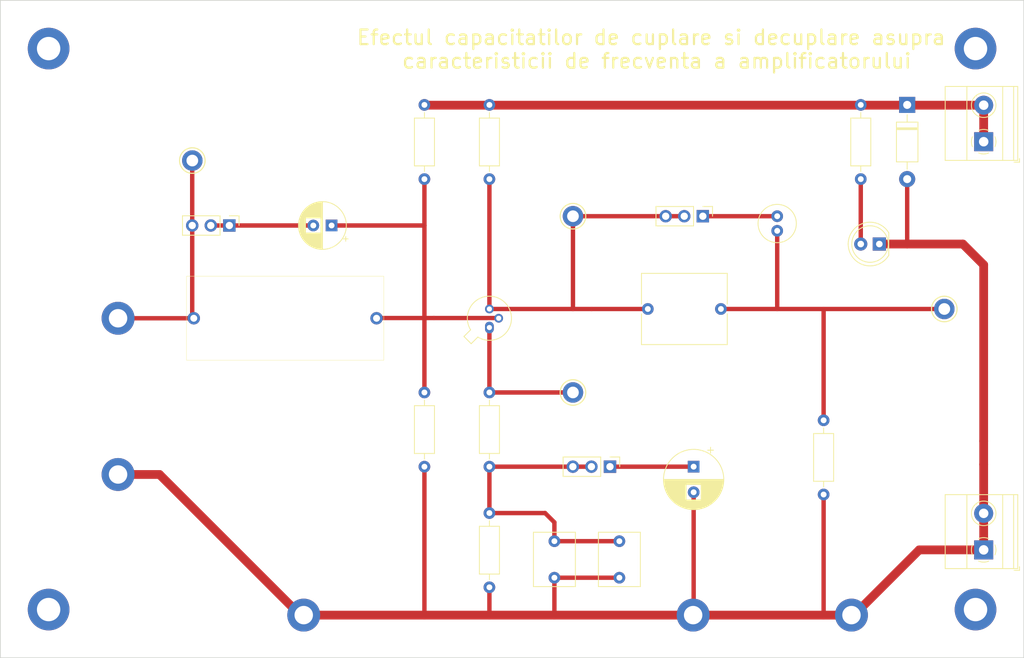
<source format=kicad_pcb>
(kicad_pcb (version 20221018) (generator pcbnew)
  (layers (0 "F.Cu" signal) (31 "B.Cu" signal) (34 "B.Paste" user) (35 "F.Paste" user) (36 "B.SilkS" user "B.Silkscreen") (37 "F.SilkS" user "F.Silkscreen") (38 "B.Mask" user) (39 "F.Mask" user) (44 "Edge.Cuts" user))
  (net 0 "")
  (net 1 "Net-(Q1-B)")
  (net 2 "IN")
  (net 3 "Net-(J1-Pin_1)")
  (net 4 "Net-(J3-Pin_1)")
  (net 5 "GND")
  (net 6 "Net-(J2-Pin_2)")
  (net 7 "Net-(C31-Pad2)")
  (net 8 "Net-(J2-Pin_1)")
  (net 9 "Net-(J3-Pin_2)")
  (net 10 "Net-(D1-A)")
  (net 11 "Net-(D2-K)")
  (net 12 "Net-(Q1-E)")
  (footprint "TerminalBlock_Phoenix:TerminalBlock_Phoenix_MKDS-1,5-2_1x02_P5.00mm_Horizontal" (layer "F.Cu") (at 218.745 118.07 90)
    (fp_text reference "J5" hide)
    (fp_text value "Screw_Terminal_01x02" hide)
    (pad "1" thru_hole rect (at 0 0 90) (size 2.6 2.6) (drill 1.3) (layers "*.Cu" "*.Mask") (net 5 "GND"))
    (pad "2" thru_hole circle (at 5 0 90) (size 2.6 2.6) (drill 1.3) (layers "*.Cu" "*.Mask") (net 5 "GND"))
  )
  (footprint "Connector_PinHeader_2.54mm:PinHeader_1x03_P2.54mm_Vertical" (layer "F.Cu") (at 180.325 72.39 -90)
    (fp_text reference "J2" hide)
    (fp_text value "Conn_01x03_Male")
    (pad "1" thru_hole rect (at 0 0 270) (size 1.7 1.7) (drill 1) (layers "*.Cu" "*.Mask") (net 8 "Net-(J2-Pin_1)"))
    (pad "2" thru_hole oval (at 0 2.54 270) (size 1.7 1.7) (drill 1) (layers "*.Cu" "*.Mask") (net 6 "Net-(J2-Pin_2)"))
    (pad "3" thru_hole oval (at 0 5.08 270) (size 1.7 1.7) (drill 1) (layers "*.Cu" "*.Mask") (net 6 "Net-(J2-Pin_2)"))
  )
  (footprint "User_Footprint:Kesytone TP Multipurpose 5013" (layer "F.Cu") (at 162.56 72.39)
    (fp_text reference "TP2" hide)
    (fp_text value "TestPoint" hide)
    (pad "1" thru_hole circle (at 0 0) (size 2.8 2.8) (drill 1.6) (layers "*.Cu" "*.Mask") (net 6 "Net-(J2-Pin_2)"))
  )
  (footprint "MountingHole:MountingHole_3.2mm_M3_ISO7380_Pad_TopBottom" (layer "F.Cu") (at 90.83 126.24)
    (fp_text reference "H4" hide)
    (fp_text value "MountingHole")
    (pad "1" thru_hole circle (at 0 0) (size 3.6 3.6) (drill 3.2) (layers "*.Cu" "*.Mask"))
    (pad "1" connect circle (at 0 0) (size 5.7 5.7) (layers "F.Cu" "F.Mask"))
    (pad "1" connect circle (at 0 0) (size 5.7 5.7) (layers "B.Cu" "B.Mask"))
  )
  (footprint "Diode_THT:D_DO-41_SOD81_P10.16mm_Horizontal" (layer "F.Cu") (at 208.28 57.15 -90)
    (fp_text reference "D2" hide)
    (fp_text value "1N4001" hide)
    (pad "1" thru_hole rect (at 0 0 270) (size 2.2 2.2) (drill 1.1) (layers "*.Cu" "*.Mask") (net 11 "Net-(D2-K)"))
    (pad "2" thru_hole oval (at 10.16 0 270) (size 2.2 2.2) (drill 1.1) (layers "*.Cu" "*.Mask") (net 5 "GND"))
  )
  (footprint "Capacitor_THT:CP_Radial_D6.3mm_P2.50mm" (layer "F.Cu") (at 129.54 73.66 180)
    (fp_text reference "C12" hide)
    (fp_text value "10 uF")
    (pad "1" thru_hole rect (at 0 0 180) (size 1.6 1.6) (drill 0.8) (layers "*.Cu" "*.Mask") (net 1 "Net-(Q1-B)"))
    (pad "2" thru_hole circle (at 2.5 0 180) (size 1.6 1.6) (drill 0.8) (layers "*.Cu" "*.Mask") (net 3 "Net-(J1-Pin_1)"))
  )
  (footprint "Resistor_THT:R_Axial_DIN0207_L6.3mm_D2.5mm_P10.16mm_Horizontal" (layer "F.Cu") (at 201.93 57.15 -90)
    (fp_text reference "R6" hide)
    (fp_text value "5 k")
    (pad "1" thru_hole circle (at 0 0 270) (size 1.6 1.6) (drill 0.8) (layers "*.Cu" "*.Mask") (net 11 "Net-(D2-K)"))
    (pad "2" thru_hole oval (at 10.16 0 270) (size 1.6 1.6) (drill 0.8) (layers "*.Cu" "*.Mask") (net 10 "Net-(D1-A)"))
  )
  (footprint "User_Footprint:TestPoint" (layer "F.Cu") (at 179 127)
    (fp_text reference "TP8" hide)
    (fp_text value "TestPoint" hide)
    (pad "1" thru_hole circle (at 0 0) (size 4.5 4.5) (drill 2.52) (layers "*.Cu" "*.Mask") (net 5 "GND"))
  )
  (footprint "MountingHole:MountingHole_3.2mm_M3_ISO7380_Pad_TopBottom" (layer "F.Cu") (at 90.83 49.44)
    (fp_text reference "H2" hide)
    (fp_text value "MountingHole")
    (pad "1" thru_hole circle (at 0 0) (size 3.6 3.6) (drill 3.2) (layers "*.Cu" "*.Mask"))
    (pad "1" connect circle (at 0 0) (size 5.7 5.7) (layers "F.Cu" "F.Mask"))
    (pad "1" connect circle (at 0 0) (size 5.7 5.7) (layers "B.Cu" "B.Mask"))
  )
  (footprint "TerminalBlock_Phoenix:TerminalBlock_Phoenix_MKDS-1,5-2_1x02_P5.00mm_Horizontal" (layer "F.Cu") (at 218.745 62.19 90)
    (fp_text reference "J4" hide)
    (fp_text value "Screw_Terminal_01x02" hide)
    (pad "1" thru_hole rect (at 0 0 90) (size 2.6 2.6) (drill 1.3) (layers "*.Cu" "*.Mask") (net 11 "Net-(D2-K)"))
    (pad "2" thru_hole circle (at 5 0 90) (size 2.6 2.6) (drill 1.3) (layers "*.Cu" "*.Mask") (net 11 "Net-(D2-K)"))
  )
  (footprint "User_Footprint:Cap_160 nF" (layer "F.Cu") (at 123.19 86.36 180)
    (fp_text reference "C11" hide)
    (fp_text value "160 nF" hide)
    (pad "1" thru_hole circle (at -12.5 0 180) (size 1.7 1.7) (drill 0.95) (layers "*.Cu" "*.Mask") (net 1 "Net-(Q1-B)"))
    (pad "2" thru_hole circle (at 12.5 0 180) (size 1.7 1.7) (drill 0.95) (layers "*.Cu" "*.Mask") (net 2 "IN"))
  )
  (footprint "Capacitor_THT:C_Rect_L11.5mm_W9.5mm_P10.00mm_MKT" (layer "F.Cu") (at 172.8 85.09)
    (fp_text reference "C31" hide)
    (fp_text value "10 nF")
    (pad "1" thru_hole circle (at 0 0) (size 1.6 1.6) (drill 0.8) (layers "*.Cu" "*.Mask") (net 6 "Net-(J2-Pin_2)"))
    (pad "2" thru_hole circle (at 10 0) (size 1.6 1.6) (drill 0.8) (layers "*.Cu" "*.Mask") (net 7 "Net-(C31-Pad2)"))
  )
  (footprint "User_Footprint:Kesytone TP Multipurpose 5013" (layer "F.Cu") (at 110.49 64.77)
    (fp_text reference "TP1" hide)
    (fp_text value "TestPoint" hide)
    (pad "1" thru_hole circle (at 0 0) (size 2.8 2.8) (drill 1.6) (layers "*.Cu" "*.Mask") (net 2 "IN"))
  )
  (footprint "Connector_PinHeader_2.54mm:PinHeader_1x03_P2.54mm_Vertical" (layer "F.Cu") (at 167.625 106.68 -90)
    (fp_text reference "J3" hide)
    (fp_text value "Conn_01x03_Male")
    (pad "1" thru_hole rect (at 0 0 270) (size 1.7 1.7) (drill 1) (layers "*.Cu" "*.Mask") (net 4 "Net-(J3-Pin_1)"))
    (pad "2" thru_hole oval (at 0 2.54 270) (size 1.7 1.7) (drill 1) (layers "*.Cu" "*.Mask") (net 9 "Net-(J3-Pin_2)"))
    (pad "3" thru_hole oval (at 0 5.08 270) (size 1.7 1.7) (drill 1) (layers "*.Cu" "*.Mask") (net 9 "Net-(J3-Pin_2)"))
  )
  (footprint "User_Footprint:TestPoint" (layer "F.Cu") (at 100.33 86.36)
    (fp_text reference "J6" hide)
    (fp_text value "Conn_01x01_Male" hide)
    (pad "1" thru_hole circle (at 0 0) (size 4.5 4.5) (drill 2.52) (layers "*.Cu" "*.Mask") (net 2 "IN"))
  )
  (footprint "Resistor_THT:R_Axial_DIN0207_L6.3mm_D2.5mm_P10.16mm_Horizontal" (layer "F.Cu") (at 196.85 100.33 -90)
    (fp_text reference "RL1" hide)
    (fp_text value "220 k")
    (pad "1" thru_hole circle (at 0 0 270) (size 1.6 1.6) (drill 0.8) (layers "*.Cu" "*.Mask") (net 7 "Net-(C31-Pad2)"))
    (pad "2" thru_hole oval (at 10.16 0 270) (size 1.6 1.6) (drill 0.8) (layers "*.Cu" "*.Mask") (net 5 "GND"))
  )
  (footprint "Capacitor_THT:C_Rect_L7.2mm_W5.5mm_P5.00mm_FKS2_FKP2_MKS2_MKP2" (layer "F.Cu") (at 160.02 116.88 -90)
    (fp_text reference "C212" hide)
    (fp_text value "470 nF")
    (pad "1" thru_hole circle (at 0 0 270) (size 1.6 1.6) (drill 0.8) (layers "*.Cu" "*.Mask") (net 9 "Net-(J3-Pin_2)"))
    (pad "2" thru_hole circle (at 5 0 270) (size 1.6 1.6) (drill 0.8) (layers "*.Cu" "*.Mask") (net 5 "GND"))
  )
  (footprint "MountingHole:MountingHole_3.2mm_M3_ISO7380_Pad_TopBottom" (layer "F.Cu") (at 217.63 49.44)
    (fp_text reference "H3" hide)
    (fp_text value "MountingHole")
    (pad "1" thru_hole circle (at 0 0) (size 3.6 3.6) (drill 3.2) (layers "*.Cu" "*.Mask"))
    (pad "1" connect circle (at 0 0) (size 5.7 5.7) (layers "F.Cu" "F.Mask"))
    (pad "1" connect circle (at 0 0) (size 5.7 5.7) (layers "B.Cu" "B.Mask"))
  )
  (footprint "Resistor_THT:R_Axial_DIN0207_L6.3mm_D2.5mm_P10.16mm_Horizontal" (layer "F.Cu") (at 142.24 96.52 -90)
    (fp_text reference "R2" hide)
    (fp_text value "10 k")
    (pad "1" thru_hole circle (at 0 0 270) (size 1.6 1.6) (drill 0.8) (layers "*.Cu" "*.Mask") (net 1 "Net-(Q1-B)"))
    (pad "2" thru_hole oval (at 10.16 0 270) (size 1.6 1.6) (drill 0.8) (layers "*.Cu" "*.Mask") (net 5 "GND"))
  )
  (footprint "User_Footprint:Kesytone TP Multipurpose 5013" (layer "F.Cu") (at 162.56 96.52)
    (fp_text reference "TP3" hide)
    (fp_text value "TestPoint" hide)
    (pad "1" thru_hole circle (at 0 0) (size 2.8 2.8) (drill 1.6) (layers "*.Cu" "*.Mask") (net 12 "Net-(Q1-E)"))
  )
  (footprint "User_Footprint:TestPoint" (layer "F.Cu") (at 200.66 127)
    (fp_text reference "TP5" hide)
    (fp_text value "TestPoint" hide)
    (pad "1" thru_hole circle (at 0 0) (size 4.5 4.5) (drill 2.52) (layers "*.Cu" "*.Mask") (net 5 "GND"))
  )
  (footprint "Connector_PinHeader_2.54mm:PinHeader_1x03_P2.54mm_Vertical" (layer "F.Cu") (at 115.555 73.66 -90)
    (fp_text reference "J1" hide)
    (fp_text value "Conn_01x03_Male")
    (pad "1" thru_hole rect (at 0 0 270) (size 1.7 1.7) (drill 1) (layers "*.Cu" "*.Mask") (net 3 "Net-(J1-Pin_1)"))
    (pad "2" thru_hole oval (at 0 2.54 270) (size 1.7 1.7) (drill 1) (layers "*.Cu" "*.Mask") (net 3 "Net-(J1-Pin_1)"))
    (pad "3" thru_hole oval (at 0 5.08 270) (size 1.7 1.7) (drill 1) (layers "*.Cu" "*.Mask") (net 2 "IN"))
  )
  (footprint "Resistor_THT:R_Axial_DIN0207_L6.3mm_D2.5mm_P10.16mm_Horizontal" (layer "F.Cu") (at 151.13 113.03 -90)
    (fp_text reference "R4" hide)
    (fp_text value "1 k")
    (pad "1" thru_hole circle (at 0 0 270) (size 1.6 1.6) (drill 0.8) (layers "*.Cu" "*.Mask") (net 9 "Net-(J3-Pin_2)"))
    (pad "2" thru_hole oval (at 10.16 0 270) (size 1.6 1.6) (drill 0.8) (layers "*.Cu" "*.Mask") (net 5 "GND"))
  )
  (footprint "Capacitor_THT:CP_Radial_D8.0mm_P3.50mm" (layer "F.Cu") (at 179.07 106.68 -90)
    (fp_text reference "C22" hide)
    (fp_text value "100 uF")
    (pad "1" thru_hole rect (at 0 0 270) (size 1.6 1.6) (drill 0.8) (layers "*.Cu" "*.Mask") (net 4 "Net-(J3-Pin_1)"))
    (pad "2" thru_hole circle (at 3.5 0 270) (size 1.6 1.6) (drill 0.8) (layers "*.Cu" "*.Mask") (net 5 "GND"))
  )
  (footprint "Package_TO_SOT_THT:TO-18-3" (layer "F.Cu") (at 151.13 87.63 90)
    (fp_text reference "Q1" hide)
    (fp_text value "BC107A")
    (pad "1" thru_hole oval (at 0 0 90) (size 1.6 1.2) (drill 0.7) (layers "*.Cu" "*.Mask") (net 12 "Net-(Q1-E)"))
    (pad "2" thru_hole oval (at 1.27 1.27 90) (size 1.2 1.2) (drill 0.7) (layers "*.Cu" "*.Mask") (net 1 "Net-(Q1-B)"))
    (pad "3" thru_hole oval (at 2.54 0 90) (size 1.2 1.2) (drill 0.7) (layers "*.Cu" "*.Mask") (net 6 "Net-(J2-Pin_2)"))
  )
  (footprint "Resistor_THT:R_Axial_DIN0207_L6.3mm_D2.5mm_P10.16mm_Horizontal" (layer "F.Cu") (at 151.13 96.52 -90)
    (fp_text reference "R3" hide)
    (fp_text value "1 k")
    (pad "1" thru_hole circle (at 0 0 270) (size 1.6 1.6) (drill 0.8) (layers "*.Cu" "*.Mask") (net 12 "Net-(Q1-E)"))
    (pad "2" thru_hole oval (at 10.16 0 270) (size 1.6 1.6) (drill 0.8) (layers "*.Cu" "*.Mask") (net 9 "Net-(J3-Pin_2)"))
  )
  (footprint "Resistor_THT:R_Axial_DIN0207_L6.3mm_D2.5mm_P10.16mm_Horizontal" (layer "F.Cu") (at 142.24 57.15 -90)
    (fp_text reference "R1" hide)
    (fp_text value "47 k")
    (pad "1" thru_hole circle (at 0 0 270) (size 1.6 1.6) (drill 0.8) (layers "*.Cu" "*.Mask") (net 11 "Net-(D2-K)"))
    (pad "2" thru_hole oval (at 10.16 0 270) (size 1.6 1.6) (drill 0.8) (layers "*.Cu" "*.Mask") (net 1 "Net-(Q1-B)"))
  )
  (footprint "LED_THT:LED_D5.0mm" (layer "F.Cu") (at 204.47 76.2 180)
    (fp_text reference "D1" hide)
    (fp_text value "LED" hide)
    (pad "1" thru_hole rect (at 0 0 180) (size 1.8 1.8) (drill 0.9) (layers "*.Cu" "*.Mask") (net 5 "GND"))
    (pad "2" thru_hole circle (at 2.54 0 180) (size 1.8 1.8) (drill 0.9) (layers "*.Cu" "*.Mask") (net 10 "Net-(D1-A)"))
  )
  (footprint "Capacitor_THT:C_Radial_D5.0mm_H11.0mm_P2.00mm" (layer "F.Cu") (at 190.5 72.39 -90)
    (fp_text reference "C32" hide)
    (fp_text value "2.2 uF")
    (pad "1" thru_hole circle (at 0 0 270) (size 1.6 1.6) (drill 0.8) (layers "*.Cu" "*.Mask") (net 8 "Net-(J2-Pin_1)"))
    (pad "2" thru_hole circle (at 2 0 270) (size 1.6 1.6) (drill 0.8) (layers "*.Cu" "*.Mask") (net 7 "Net-(C31-Pad2)"))
  )
  (footprint "Resistor_THT:R_Axial_DIN0207_L6.3mm_D2.5mm_P10.16mm_Horizontal" (layer "F.Cu") (at 151.13 57.15 -90)
    (fp_text reference "R5" hide)
    (fp_text value "5 k")
    (pad "1" thru_hole circle (at 0 0 270) (size 1.6 1.6) (drill 0.8) (layers "*.Cu" "*.Mask") (net 11 "Net-(D2-K)"))
    (pad "2" thru_hole oval (at 10.16 0 270) (size 1.6 1.6) (drill 0.8) (layers "*.Cu" "*.Mask") (net 6 "Net-(J2-Pin_2)"))
  )
  (footprint "User_Footprint:Kesytone TP Multipurpose 5013" (layer "F.Cu") (at 213.36 85.09)
    (fp_text reference "TP4" hide)
    (fp_text value "TestPoint" hide)
    (pad "1" thru_hole circle (at 0 0) (size 2.8 2.8) (drill 1.6) (layers "*.Cu" "*.Mask") (net 7 "Net-(C31-Pad2)"))
  )
  (footprint "MountingHole:MountingHole_3.2mm_M3_ISO7380_Pad_TopBottom" (layer "F.Cu") (at 217.63 126.24)
    (fp_text reference "H1" hide)
    (fp_text value "MountingHole")
    (pad "1" thru_hole circle (at 0 0) (size 3.6 3.6) (drill 3.2) (layers "*.Cu" "*.Mask"))
    (pad "1" connect circle (at 0 0) (size 5.7 5.7) (layers "F.Cu" "F.Mask"))
    (pad "1" connect circle (at 0 0) (size 5.7 5.7) (layers "B.Cu" "B.Mask"))
  )
  (footprint "User_Footprint:TestPoint" (layer "F.Cu") (at 100.33 107.75)
    (fp_text reference "TP7" hide)
    (fp_text value "TestPoint" hide)
    (pad "1" thru_hole circle (at 0 0) (size 4.5 4.5) (drill 2.52) (layers "*.Cu" "*.Mask") (net 5 "GND"))
  )
  (footprint "Capacitor_THT:C_Rect_L7.2mm_W5.5mm_P5.00mm_FKS2_FKP2_MKS2_MKP2" (layer "F.Cu") (at 168.91 116.88 -90)
    (fp_text reference "C211" hide)
    (fp_text value "470 nF")
    (pad "1" thru_hole circle (at 0 0 270) (size 1.6 1.6) (drill 0.8) (layers "*.Cu" "*.Mask") (net 9 "Net-(J3-Pin_2)"))
    (pad "2" thru_hole circle (at 5 0 270) (size 1.6 1.6) (drill 0.8) (layers "*.Cu" "*.Mask") (net 5 "GND"))
  )
  (footprint "User_Footprint:TestPoint" (layer "F.Cu") (at 125.73 127)
    (fp_text reference "TP6" hide)
    (fp_text value "TestPoint" hide)
    (pad "1" thru_hole circle (at 0 0) (size 4.5 4.5) (drill 2.52) (layers "*.Cu" "*.Mask") (net 5 "GND"))
  )
  (gr_rect (start 84.23 42.84) (end 224.23 132.84) (stroke (width 0.1)) (fill none) (layer "Edge.Cuts"))
  (gr_text "Efectul capacitatilor de cuplare si decuplare asupra\n caracteristicii de frecventa a amplificatorului" (at 173.26 49.53) (layer "F.SilkS") (effects (font (size 2 2) (thickness 0.3))))
  (segment (start 129.54 73.66) (end 142.24 73.66) (width 0.6) (layer "F.Cu") (net 1))
  (segment (start 142.24 96.52) (end 142.24 86.36) (width 0.6) (layer "F.Cu") (net 1))
  (segment (start 142.24 67.31) (end 142.24 73.66) (width 0.6) (layer "F.Cu") (net 1))
  (segment (start 142.21048 86.33048) (end 143.53952 86.33048) (width 0.6) (layer "F.Cu") (net 1))
  (segment (start 142.21048 86.33048) (end 142.24 86.30096) (width 0.6) (layer "F.Cu") (net 1))
  (segment (start 152.37048 86.33048) (end 152.4 86.36) (width 0.6) (layer "F.Cu") (net 1))
  (segment (start 135.69 86.36) (end 135.71952 86.33048) (width 0.6) (layer "F.Cu") (net 1))
  (segment (start 142.24 86.36) (end 142.21048 86.33048) (width 0.6) (layer "F.Cu") (net 1))
  (segment (start 142.24 86.30096) (end 142.24 73.66) (width 0.6) (layer "F.Cu") (net 1))
  (segment (start 143.53952 86.33048) (end 152.37048 86.33048) (width 0.6) (layer "F.Cu") (net 1))
  (segment (start 135.71952 86.33048) (end 142.21048 86.33048) (width 0.6) (layer "F.Cu") (net 1))
  (segment (start 110.475 73.66) (end 110.475 86.145) (width 0.6) (layer "F.Cu") (net 2))
  (segment (start 110.475 64.785) (end 110.49 64.77) (width 0.6) (layer "F.Cu") (net 2))
  (segment (start 100.33 86.36) (end 110.69 86.36) (width 0.6) (layer "F.Cu") (net 2))
  (segment (start 110.475 86.145) (end 110.69 86.36) (width 0.6) (layer "F.Cu") (net 2))
  (segment (start 110.475 73.66) (end 110.475 64.785) (width 0.6) (layer "F.Cu") (net 2))
  (segment (start 115.555 73.66) (end 127.04 73.66) (width 0.6) (layer "F.Cu") (net 3))
  (segment (start 113.015 73.66) (end 115.555 73.66) (width 0.6) (layer "F.Cu") (net 3))
  (segment (start 167.625 106.68) (end 179.07 106.68) (width 0.6) (layer "F.Cu") (net 4))
  (segment (start 218.745 103.175) (end 218.745 79.045) (width 1.2) (layer "F.Cu") (net 5))
  (segment (start 179.07 127) (end 196.85 127) (width 1.2) (layer "F.Cu") (net 5))
  (segment (start 218.745 79.045) (end 215.9 76.2) (width 1.2) (layer "F.Cu") (net 5))
  (segment (start 209.93 118.07) (end 218.745 118.07) (width 1.2) (layer "F.Cu") (net 5))
  (segment (start 160.02 121.88) (end 168.91 121.88) (width 0.6) (layer "F.Cu") (net 5))
  (segment (start 160.02 121.88) (end 160.02 127) (width 0.6) (layer "F.Cu") (net 5))
  (segment (start 179.07 110.18) (end 179.07 127) (width 0.6) (layer "F.Cu") (net 5))
  (segment (start 218.745 113.07) (end 218.745 106.375) (width 1.2) (layer "F.Cu") (net 5))
  (segment (start 142.24 106.68) (end 142.24 127) (width 0.6) (layer "F.Cu") (net 5))
  (segment (start 208.28 67.31) (end 208.28 76.2) (width 0.6) (layer "F.Cu") (net 5))
  (segment (start 208.28 76.2) (end 204.47 76.2) (width 1.2) (layer "F.Cu") (net 5))
  (segment (start 151.13 127) (end 160.02 127) (width 1.2) (layer "F.Cu") (net 5))
  (segment (start 151.13 123.19) (end 151.13 127) (width 0.6) (layer "F.Cu") (net 5))
  (segment (start 160.02 127) (end 179.07 127) (width 1.2) (layer "F.Cu") (net 5))
  (segment (start 201 127) (end 209.93 118.07) (width 1.2) (layer "F.Cu") (net 5))
  (segment (start 125.25 127) (end 142.24 127) (width 1.2) (layer "F.Cu") (net 5))
  (segment (start 196.85 110.49) (end 196.85 127) (width 0.6) (layer "F.Cu") (net 5))
  (segment (start 100.33 107.75) (end 106 107.75) (width 1.2) (layer "F.Cu") (net 5))
  (segment (start 215.9 76.2) (end 208.28 76.2) (width 1.2) (layer "F.Cu") (net 5))
  (segment (start 196.85 127) (end 201 127) (width 1.2) (layer "F.Cu") (net 5))
  (segment (start 218.745 106.375) (end 218.745 103.175) (width 1.2) (layer "F.Cu") (net 5))
  (segment (start 106 107.75) (end 125.25 127) (width 1.2) (layer "F.Cu") (net 5))
  (segment (start 218.745 113.07) (end 218.745 118.07) (width 1.2) (layer "F.Cu") (net 5))
  (segment (start 142.24 127) (end 151.13 127) (width 1.2) (layer "F.Cu") (net 5))
  (segment (start 175.245 72.39) (end 177.785 72.39) (width 0.6) (layer "F.Cu") (net 6))
  (segment (start 151.13 67.31) (end 151.13 85.09) (width 0.6) (layer "F.Cu") (net 6))
  (segment (start 162.56 72.39) (end 175.245 72.39) (width 0.6) (layer "F.Cu") (net 6))
  (segment (start 162.56 72.39) (end 162.56 85.09) (width 0.6) (layer "F.Cu") (net 6))
  (segment (start 165.1 85.09) (end 172.8 85.09) (width 0.6) (layer "F.Cu") (net 6))
  (segment (start 151.13 85.09) (end 162.56 85.09) (width 0.6) (layer "F.Cu") (net 6))
  (segment (start 162.56 85.09) (end 165.1 85.09) (width 0.6) (layer "F.Cu") (net 6))
  (segment (start 196.85 100.33) (end 196.85 85.09) (width 0.6) (layer "F.Cu") (net 7))
  (segment (start 190.5 74.39) (end 190.5 85.09) (width 0.6) (layer "F.Cu") (net 7))
  (segment (start 182.8 85.09) (end 196.85 85.09) (width 0.6) (layer "F.Cu") (net 7))
  (segment (start 196.85 85.09) (end 213.36 85.09) (width 0.6) (layer "F.Cu") (net 7))
  (segment (start 180.325 72.39) (end 190.5 72.39) (width 0.6) (layer "F.Cu") (net 8))
  (segment (start 160.02 116.88) (end 168.91 116.88) (width 0.6) (layer "F.Cu") (net 9))
  (segment (start 160.02 114.3) (end 160.02 116.88) (width 0.6) (layer "F.Cu") (net 9))
  (segment (start 158.75 113.03) (end 160.02 114.3) (width 0.6) (layer "F.Cu") (net 9))
  (segment (start 151.13 106.68) (end 151.13 113.03) (width 0.6) (layer "F.Cu") (net 9))
  (segment (start 162.545 106.68) (end 165.085 106.68) (width 0.6) (layer "F.Cu") (net 9))
  (segment (start 151.13 106.68) (end 162.545 106.68) (width 0.6) (layer "F.Cu") (net 9))
  (segment (start 151.13 113.03) (end 158.75 113.03) (width 0.6) (layer "F.Cu") (net 9))
  (segment (start 201.93 76.2) (end 201.93 67.31) (width 0.6) (layer "F.Cu") (net 10))
  (segment (start 142.28 57.19) (end 142.24 57.15) (width 1.2) (layer "F.Cu") (net 11))
  (segment (start 218.745 57.19) (end 218.745 62.19) (width 1.2) (layer "F.Cu") (net 11))
  (segment (start 218.745 57.19) (end 142.28 57.19) (width 1.2) (layer "F.Cu") (net 11))
  (segment (start 151.13 87.63) (end 151.13 96.52) (width 0.6) (layer "F.Cu") (net 12))
  (segment (start 162.56 96.52) (end 151.13 96.52) (width 0.6) (layer "F.Cu") (net 12))
)
</source>
